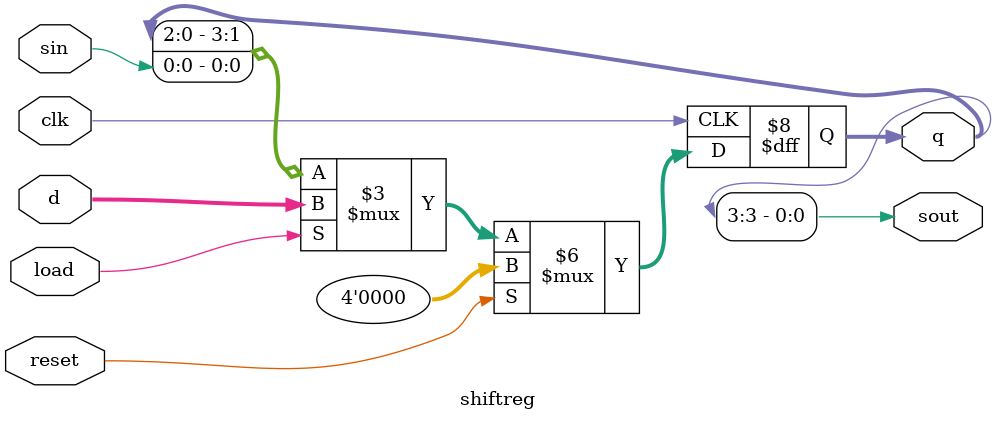
<source format=sv>
module shiftreg #(parameter N=4)
					(input logic clk,
					input logic reset, 
					input logic load,
					input logic sin,
					input logic [N-1:0] d,
					output logic [N-1:0] q,
					output logic sout);

					
					always_ff @(posedge clk) begin
						if (reset) q <= 0;
						else if (load) q <= d;
						else q <= {q[N-2:0], sin};
					end
					
					assign sout = q[N-1];
endmodule
				
</source>
